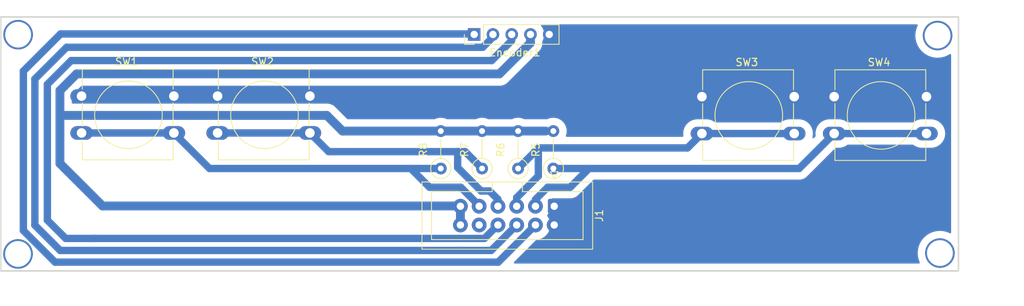
<source format=kicad_pcb>
(kicad_pcb (version 20211014) (generator pcbnew)
  (layers (0 "F.Cu" signal) (31 "B.Cu" signal) (34 "B.Paste" user) (35 "F.Paste" user) (36 "B.SilkS" user "B.Silkscreen") (37 "F.SilkS" user "F.Silkscreen") (38 "B.Mask" user) (39 "F.Mask" user) (44 "Edge.Cuts" user))
  (net 0 "")
  (net 1 "GND")
  (net 2 "+5V")
  (net 3 "Net-(Encoder1-Pad1)")
  (net 4 "Net-(Encoder1-Pad2)")
  (net 5 "Net-(Encoder1-Pad3)")
  (net 6 "Net-(J1-Pad3)")
  (net 7 "Net-(J1-Pad5)")
  (net 8 "Net-(J1-Pad7)")
  (net 9 "Net-(J1-Pad9)")
  (footprint "Connector_PinHeader_2.54mm:PinHeader_1x05_P2.54mm_Vertical" (layer "F.Cu") (at 142.445 74.78 90)
    (fp_text reference "Encoder1" (at -2.46 5.515 180) (layer "F.SilkS"))
    (fp_text value "Conn_01x05")
    (fp_line (start -1.33 -1.33) (end 0 -1.33) (layer "F.SilkS") (width 0.12))
    (fp_line (start -1.33 11.49) (end 1.33 11.49) (layer "F.SilkS") (width 0.12))
    (fp_line (start -1.33 0) (end -1.33 -1.33) (layer "F.SilkS") (width 0.12))
    (fp_line (start 1.33 1.27) (end 1.33 11.49) (layer "F.SilkS") (width 0.12))
    (fp_line (start -1.33 1.27) (end 1.33 1.27) (layer "F.SilkS") (width 0.12))
    (fp_line (start -1.33 1.27) (end -1.33 11.49) (layer "F.SilkS") (width 0.12))
    (pad "1" thru_hole rect (at 0 0 90) (size 1.7 1.7) (drill 1) (layers *.Cu *.Mask) (net 3 "Net-(Encoder1-Pad1)"))
    (pad "2" thru_hole oval (at 0 2.54 90) (size 1.7 1.7) (drill 1) (layers *.Cu *.Mask) (net 4 "Net-(Encoder1-Pad2)"))
    (pad "3" thru_hole oval (at 0 5.08 90) (size 1.7 1.7) (drill 1) (layers *.Cu *.Mask) (net 5 "Net-(Encoder1-Pad3)"))
    (pad "4" thru_hole oval (at 0 7.62 90) (size 1.7 1.7) (drill 1) (layers *.Cu *.Mask) (net 2 "+5V"))
    (pad "5" thru_hole oval (at 0 10.16 90) (size 1.7 1.7) (drill 1) (layers *.Cu *.Mask) (net 1 "GND"))
  )
  (footprint "Button_Switch_THT:SW_PUSH-12mm" (layer "F.Cu") (at 191.19 83.22)
    (fp_text reference "SW4" (at 6.08 -4.66) (layer "F.SilkS"))
    (fp_text value "SW_Push")
    (fp_line (start 0.1 -0.93) (end 0.1 -3.65) (layer "F.SilkS") (width 0.12))
    (fp_line (start 12.4 0.93) (end 12.4 4.07) (layer "F.SilkS") (width 0.12))
    (fp_line (start 0.1 4.07) (end 0.1 0.93) (layer "F.SilkS") (width 0.12))
    (fp_line (start 0.1 -3.65) (end 12.4 -3.65) (layer "F.SilkS") (width 0.12))
    (fp_line (start 12.4 5.93) (end 12.4 8.65) (layer "F.SilkS") (width 0.12))
    (fp_line (start 12.4 -3.65) (end 12.4 -0.93) (layer "F.SilkS") (width 0.12))
    (fp_line (start 12.4 8.65) (end 0.1 8.65) (layer "F.SilkS") (width 0.12))
    (fp_line (start 0.1 8.65) (end 0.1 5.93) (layer "F.SilkS") (width 0.12))
    (fp_circle (center 6.35 2.54) (end 10.16 5.08) (layer "F.SilkS") (width 0.12) (fill none))
    (pad "1" thru_hole oval (at 12.5 0) (size 3.048 1.85) (drill 1.3) (layers *.Cu *.Mask) (net 1 "GND"))
    (pad "1" thru_hole oval (at 0 0) (size 3.048 1.85) (drill 1.3) (layers *.Cu *.Mask) (net 1 "GND"))
    (pad "2" thru_hole oval (at 12.5 5) (size 3.048 1.85) (drill 1.3) (layers *.Cu *.Mask) (net 6 "Net-(J1-Pad3)"))
    (pad "2" thru_hole oval (at 0 5) (size 3.048 1.85) (drill 1.3) (layers *.Cu *.Mask) (net 6 "Net-(J1-Pad3)"))
  )
  (footprint "Resistor_THT:R_Axial_DIN0207_L6.3mm_D2.5mm_P5.08mm_Vertical" (layer "F.Cu") (at 148.39 92.964 90)
    (fp_text reference "R6" (at 2.54 -2.37 90) (layer "F.SilkS"))
    (fp_text value "10k")
    (fp_line (start 1.37 0) (end 3.98 0) (layer "F.SilkS") (width 0.12))
    (fp_circle (center 0 0) (end 1.37 0) (layer "F.SilkS") (width 0.12) (fill none))
    (pad "1" thru_hole circle (at 0 0 90) (size 1.6 1.6) (drill 0.8) (layers *.Cu *.Mask) (net 7 "Net-(J1-Pad5)"))
    (pad "2" thru_hole oval (at 5.08 0 90) (size 1.6 1.6) (drill 0.8) (layers *.Cu *.Mask) (net 2 "+5V"))
  )
  (footprint "Connector_IDC:IDC-Header_2x06_P2.54mm_Vertical" (layer "F.Cu") (at 153.28 98.08 -90)
    (fp_text reference "J1" (at 1.27 -6.1 90) (layer "F.SilkS"))
    (fp_text value "Conn_02x06_Odd_Even")
    (fp_line (start -3.68 0) (end -4.68 -0.5) (layer "F.SilkS") (width 0.12))
    (fp_line (start 4.52 -3.91) (end 4.52 16.61) (layer "F.SilkS") (width 0.12))
    (fp_line (start -1.98 8.4) (end -3.29 8.4) (layer "F.SilkS") (width 0.12))
    (fp_line (start 4.52 16.61) (end -1.98 16.61) (layer "F.SilkS") (width 0.12))
    (fp_line (start -1.98 8.4) (end -1.98 8.4) (layer "F.SilkS") (width 0.12))
    (fp_line (start -4.68 0.5) (end -3.68 0) (layer "F.SilkS") (width 0.12))
    (fp_line (start -1.98 16.61) (end -1.98 8.4) (layer "F.SilkS") (width 0.12))
    (fp_line (start -3.29 -5.21) (end 5.83 -5.21) (layer "F.SilkS") (width 0.12))
    (fp_line (start 5.83 -5.21) (end 5.83 17.91) (layer "F.SilkS") (width 0.12))
    (fp_line (start -3.29 4.3) (end -1.98 4.3) (layer "F.SilkS") (width 0.12))
    (fp_line (start -1.98 4.3) (end -1.98 -3.91) (layer "F.SilkS") (width 0.12))
    (fp_line (start -1.98 -3.91) (end 4.52 -3.91) (layer "F.SilkS") (width 0.12))
    (fp_line (start -4.68 -0.5) (end -4.68 0.5) (layer "F.SilkS") (width 0.12))
    (fp_line (start -3.29 17.91) (end -3.29 -5.21) (layer "F.SilkS") (width 0.12))
    (fp_line (start 5.83 17.91) (end -3.29 17.91) (layer "F.SilkS") (width 0.12))
    (pad "1" thru_hole roundrect (at 0 0 270) (size 2 1.7) (drill 1) (layers *.Cu *.Mask) (roundrect_rratio 0.147059) (net 1 "GND"))
    (pad "2" thru_hole circle (at 2.54 0 270) (size 2 2) (drill 1) (layers *.Cu *.Mask) (net 1 "GND"))
    (pad "3" thru_hole circle (at 0 2.54 270) (size 2 2) (drill 1) (layers *.Cu *.Mask) (net 6 "Net-(J1-Pad3)"))
    (pad "4" thru_hole circle (at 2.54 2.54 270) (size 2 2) (drill 1) (layers *.Cu *.Mask) (net 3 "Net-(Encoder1-Pad1)"))
    (pad "5" thru_hole circle (at 0 5.08 270) (size 2 2) (drill 1) (layers *.Cu *.Mask) (net 7 "Net-(J1-Pad5)"))
    (pad "6" thru_hole circle (at 2.54 5.08 270) (size 2 2) (drill 1) (layers *.Cu *.Mask) (net 4 "Net-(Encoder1-Pad2)"))
    (pad "7" thru_hole circle (at 0 7.62 270) (size 2 2) (drill 1) (layers *.Cu *.Mask) (net 8 "Net-(J1-Pad7)"))
    (pad "8" thru_hole circle (at 2.54 7.62 270) (size 2 2) (drill 1) (layers *.Cu *.Mask) (net 5 "Net-(Encoder1-Pad3)"))
    (pad "9" thru_hole circle (at 0 10.16 270) (size 2 2) (drill 1) (layers *.Cu *.Mask) (net 9 "Net-(J1-Pad9)"))
    (pad "10" thru_hole circle (at 2.54 10.16 270) (size 2 2) (drill 1) (layers *.Cu *.Mask))
    (pad "11" thru_hole circle (at 0 12.7 270) (size 2 2) (drill 1) (layers *.Cu *.Mask) (net 2 "+5V"))
    (pad "12" thru_hole circle (at 2.54 12.7 270) (size 2 2) (drill 1) (layers *.Cu *.Mask) (net 2 "+5V"))
  )
  (footprint "Resistor_THT:R_Axial_DIN0207_L6.3mm_D2.5mm_P5.08mm_Vertical" (layer "F.Cu") (at 143.51 92.964 90)
    (fp_text reference "R7" (at 2.54 -2.37 90) (layer "F.SilkS"))
    (fp_text value "10k")
    (fp_line (start 1.37 0) (end 3.98 0) (layer "F.SilkS") (width 0.12))
    (fp_circle (center 0 0) (end 1.37 0) (layer "F.SilkS") (width 0.12) (fill none))
    (pad "1" thru_hole circle (at 0 0 90) (size 1.6 1.6) (drill 0.8) (layers *.Cu *.Mask) (net 8 "Net-(J1-Pad7)"))
    (pad "2" thru_hole oval (at 5.08 0 90) (size 1.6 1.6) (drill 0.8) (layers *.Cu *.Mask) (net 2 "+5V"))
  )
  (footprint "Button_Switch_THT:SW_PUSH-12mm" (layer "F.Cu") (at 89.28 83.14)
    (fp_text reference "SW1" (at 6.08 -4.66) (layer "F.SilkS"))
    (fp_text value "SW_Push")
    (fp_line (start 12.4 -3.65) (end 12.4 -0.93) (layer "F.SilkS") (width 0.12))
    (fp_line (start 0.1 -0.93) (end 0.1 -3.65) (layer "F.SilkS") (width 0.12))
    (fp_line (start 0.1 -3.65) (end 12.4 -3.65) (layer "F.SilkS") (width 0.12))
    (fp_line (start 12.4 5.93) (end 12.4 8.65) (layer "F.SilkS") (width 0.12))
    (fp_line (start 12.4 0.93) (end 12.4 4.07) (layer "F.SilkS") (width 0.12))
    (fp_line (start 12.4 8.65) (end 0.1 8.65) (layer "F.SilkS") (width 0.12))
    (fp_line (start 0.1 8.65) (end 0.1 5.93) (layer "F.SilkS") (width 0.12))
    (fp_line (start 0.1 4.07) (end 0.1 0.93) (layer "F.SilkS") (width 0.12))
    (fp_circle (center 6.35 2.54) (end 10.16 5.08) (layer "F.SilkS") (width 0.12) (fill none))
    (pad "1" thru_hole oval (at 0 0) (size 3.048 1.85) (drill 1.3) (layers *.Cu *.Mask) (net 1 "GND"))
    (pad "1" thru_hole oval (at 12.5 0) (size 3.048 1.85) (drill 1.3) (layers *.Cu *.Mask) (net 1 "GND"))
    (pad "2" thru_hole oval (at 12.5 5) (size 3.048 1.85) (drill 1.3) (layers *.Cu *.Mask) (net 9 "Net-(J1-Pad9)"))
    (pad "2" thru_hole oval (at 0 5) (size 3.048 1.85) (drill 1.3) (layers *.Cu *.Mask) (net 9 "Net-(J1-Pad9)"))
  )
  (footprint "Resistor_THT:R_Axial_DIN0207_L6.3mm_D2.5mm_P5.08mm_Vertical" (layer "F.Cu") (at 137.922 92.964 90)
    (fp_text reference "R8" (at 2.54 -2.37 90) (layer "F.SilkS"))
    (fp_text value "10k")
    (fp_line (start 1.37 0) (end 3.98 0) (layer "F.SilkS") (width 0.12))
    (fp_circle (center 0 0) (end 1.37 0) (layer "F.SilkS") (width 0.12) (fill none))
    (pad "1" thru_hole circle (at 0 0 90) (size 1.6 1.6) (drill 0.8) (layers *.Cu *.Mask) (net 9 "Net-(J1-Pad9)"))
    (pad "2" thru_hole oval (at 5.08 0 90) (size 1.6 1.6) (drill 0.8) (layers *.Cu *.Mask) (net 2 "+5V"))
  )
  (footprint "Button_Switch_THT:SW_PUSH-12mm" (layer "F.Cu") (at 107.7 83.14)
    (fp_text reference "SW2" (at 6.08 -4.66) (layer "F.SilkS"))
    (fp_text value "SW_Push")
    (fp_line (start 12.4 5.93) (end 12.4 8.65) (layer "F.SilkS") (width 0.12))
    (fp_line (start 0.1 -0.93) (end 0.1 -3.65) (layer "F.SilkS") (width 0.12))
    (fp_line (start 0.1 4.07) (end 0.1 0.93) (layer "F.SilkS") (width 0.12))
    (fp_line (start 12.4 -3.65) (end 12.4 -0.93) (layer "F.SilkS") (width 0.12))
    (fp_line (start 0.1 8.65) (end 0.1 5.93) (layer "F.SilkS") (width 0.12))
    (fp_line (start 0.1 -3.65) (end 12.4 -3.65) (layer "F.SilkS") (width 0.12))
    (fp_line (start 12.4 0.93) (end 12.4 4.07) (layer "F.SilkS") (width 0.12))
    (fp_line (start 12.4 8.65) (end 0.1 8.65) (layer "F.SilkS") (width 0.12))
    (fp_circle (center 6.35 2.54) (end 10.16 5.08) (layer "F.SilkS") (width 0.12) (fill none))
    (pad "1" thru_hole oval (at 0 0) (size 3.048 1.85) (drill 1.3) (layers *.Cu *.Mask) (net 1 "GND"))
    (pad "1" thru_hole oval (at 12.5 0) (size 3.048 1.85) (drill 1.3) (layers *.Cu *.Mask) (net 1 "GND"))
    (pad "2" thru_hole oval (at 0 5) (size 3.048 1.85) (drill 1.3) (layers *.Cu *.Mask) (net 8 "Net-(J1-Pad7)"))
    (pad "2" thru_hole oval (at 12.5 5) (size 3.048 1.85) (drill 1.3) (layers *.Cu *.Mask) (net 8 "Net-(J1-Pad7)"))
  )
  (footprint "Button_Switch_THT:SW_PUSH-12mm" (layer "F.Cu") (at 173.28 83.22)
    (fp_text reference "SW3" (at 6.08 -4.66) (layer "F.SilkS"))
    (fp_text value "SW_Push")
    (fp_line (start 0.1 -3.65) (end 12.4 -3.65) (layer "F.SilkS") (width 0.12))
    (fp_line (start 12.4 5.93) (end 12.4 8.65) (layer "F.SilkS") (width 0.12))
    (fp_line (start 0.1 8.65) (end 0.1 5.93) (layer "F.SilkS") (width 0.12))
    (fp_line (start 12.4 -3.65) (end 12.4 -0.93) (layer "F.SilkS") (width 0.12))
    (fp_line (start 0.1 -0.93) (end 0.1 -3.65) (layer "F.SilkS") (width 0.12))
    (fp_line (start 0.1 4.07) (end 0.1 0.93) (layer "F.SilkS") (width 0.12))
    (fp_line (start 12.4 0.93) (end 12.4 4.07) (layer "F.SilkS") (width 0.12))
    (fp_line (start 12.4 8.65) (end 0.1 8.65) (layer "F.SilkS") (width 0.12))
    (fp_circle (center 6.35 2.54) (end 10.16 5.08) (layer "F.SilkS") (width 0.12) (fill none))
    (pad "1" thru_hole oval (at 12.5 0) (size 3.048 1.85) (drill 1.3) (layers *.Cu *.Mask) (net 1 "GND"))
    (pad "1" thru_hole oval (at 0 0) (size 3.048 1.85) (drill 1.3) (layers *.Cu *.Mask) (net 1 "GND"))
    (pad "2" thru_hole oval (at 0 5) (size 3.048 1.85) (drill 1.3) (layers *.Cu *.Mask) (net 7 "Net-(J1-Pad5)"))
    (pad "2" thru_hole oval (at 12.5 5) (size 3.048 1.85) (drill 1.3) (layers *.Cu *.Mask) (net 7 "Net-(J1-Pad5)"))
  )
  (footprint "Resistor_THT:R_Axial_DIN0207_L6.3mm_D2.5mm_P5.08mm_Vertical" (layer "F.Cu") (at 153.162 92.964 90)
    (fp_text reference "R5" (at 2.54 -2.37 90) (layer "F.SilkS"))
    (fp_text value "10k")
    (fp_line (start 1.37 0) (end 3.98 0) (layer "F.SilkS") (width 0.12))
    (fp_circle (center 0 0) (end 1.37 0) (layer "F.SilkS") (width 0.12) (fill none))
    (pad "1" thru_hole circle (at 0 0 90) (size 1.6 1.6) (drill 0.8) (layers *.Cu *.Mask) (net 6 "Net-(J1-Pad3)"))
    (pad "2" thru_hole oval (at 5.08 0 90) (size 1.6 1.6) (drill 0.8) (layers *.Cu *.Mask) (net 2 "+5V"))
  )
  (gr_rect (start 78.33576 72.408581) (end 208.024239 106.85) (layer "Edge.Cuts") (width 0.2) (fill none))
  (via (at 80.69 74.810005) (size 4) (drill 3.5) (layers "F.Cu" "B.Cu") (net 0))
  (via (at 80.676875 104.55) (size 4) (drill 3.5) (layers "F.Cu" "B.Cu") (net 0))
  (via (at 205.19 74.93) (size 4) (drill 3.5) (layers "F.Cu" "B.Cu") (net 0))
  (via (at 205.51 104.43) (size 4) (drill 3.5) (layers "F.Cu" "B.Cu") (net 0))
  (segment (start 92.114 98.044) (end 86.35 92.28) (width 1.2) (layer "B.Cu") (net 2))
  (segment (start 140.544 98.044) (end 92.114 98.044) (width 1.2) (layer "B.Cu") (net 2))
  (segment (start 86.42 85.76) (end 122.49 85.76) (width 1.2) (layer "B.Cu") (net 2))
  (segment (start 86.35 82.39) (end 88.61 80.13) (width 1.2) (layer "B.Cu") (net 2))
  (segment (start 140.58 98.08) (end 140.544 98.044) (width 1.2) (layer "B.Cu") (net 2))
  (segment (start 88.61 80.13) (end 145.86 80.13) (width 1.2) (layer "B.Cu") (net 2))
  (segment (start 86.35 92.28) (end 86.35 82.39) (width 1.2) (layer "B.Cu") (net 2))
  (segment (start 140.58 98.08) (end 140.58 100.62) (width 1.2) (layer "B.Cu") (net 2))
  (segment (start 150.065 75.925) (end 150.065 74.78) (width 1.2) (layer "B.Cu") (net 2))
  (segment (start 124.614 87.884) (end 152.146 87.884) (width 1.2) (layer "B.Cu") (net 2))
  (segment (start 145.86 80.13) (end 150.065 75.925) (width 1.2) (layer "B.Cu") (net 2))
  (segment (start 122.49 85.76) (end 124.614 87.884) (width 1.2) (layer "B.Cu") (net 2))
  (segment (start 145.7 105.66) (end 150.74 100.62) (width 1) (layer "B.Cu") (net 3))
  (segment (start 81.4 101.37) (end 85.69 105.66) (width 1) (layer "B.Cu") (net 3))
  (segment (start 85.69 105.66) (end 145.7 105.66) (width 1) (layer "B.Cu") (net 3))
  (segment (start 86.44 74.71) (end 81.4 79.75) (width 1) (layer "B.Cu") (net 3))
  (segment (start 142.445 74.78) (end 142.375 74.71) (width 0.8) (layer "B.Cu") (net 3))
  (segment (start 81.4 79.75) (end 81.4 101.37) (width 1) (layer "B.Cu") (net 3))
  (segment (start 142.375 74.71) (end 86.44 74.71) (width 1) (layer "B.Cu") (net 3))
  (segment (start 82.96 100.65) (end 82.96 80.82) (width 1) (layer "B.Cu") (net 4))
  (segment (start 148.2 100.62) (end 144.74 104.08) (width 1) (layer "B.Cu") (net 4))
  (segment (start 82.96 80.82) (end 87.26 76.52) (width 1) (layer "B.Cu") (net 4))
  (segment (start 144.74 104.08) (end 140.64 104.08) (width 1) (layer "B.Cu") (net 4))
  (segment (start 144.985 75.139022) (end 144.985 74.78) (width 0.8) (layer "B.Cu") (net 4))
  (segment (start 143.604022 76.52) (end 144.985 75.139022) (width 1) (layer "B.Cu") (net 4))
  (segment (start 86.39 104.08) (end 82.96 100.65) (width 1) (layer "B.Cu") (net 4))
  (segment (start 87.26 76.52) (end 143.604022 76.52) (width 1) (layer "B.Cu") (net 4))
  (segment (start 140.765 104.08) (end 86.39 104.08) (width 1) (layer "B.Cu") (net 4))
  (segment (start 144.82 78.32) (end 147.525 75.615) (width 1) (layer "B.Cu") (net 5))
  (segment (start 87.88 78.32) (end 144.82 78.32) (width 1) (layer "B.Cu") (net 5))
  (segment (start 145.66 100.62) (end 143.83 102.45) (width 1) (layer "B.Cu") (net 5))
  (segment (start 143.83 102.45) (end 90.68 102.45) (width 1) (layer "B.Cu") (net 5))
  (segment (start 84.65 81.55) (end 87.88 78.32) (width 1) (layer "B.Cu") (net 5))
  (segment (start 91.29 102.45) (end 87.13 102.45) (width 1) (layer "B.Cu") (net 5))
  (segment (start 147.525 75.615) (end 147.525 74.78) (width 0.8) (layer "B.Cu") (net 5))
  (segment (start 84.65 99.97) (end 84.65 81.55) (width 1) (layer "B.Cu") (net 5))
  (segment (start 87.13 102.45) (end 84.65 99.97) (width 1) (layer "B.Cu") (net 5))
  (segment (start 155.448 95.504) (end 157.988 92.964) (width 1) (layer "B.Cu") (net 6))
  (segment (start 152.4 95.504) (end 155.448 95.504) (width 1) (layer "B.Cu") (net 6))
  (segment (start 150.74 97.164) (end 152.4 95.504) (width 1) (layer "B.Cu") (net 6))
  (segment (start 186.446 92.964) (end 191.19 88.22) (width 1) (layer "B.Cu") (net 6))
  (segment (start 157.988 92.964) (end 186.446 92.964) (width 1) (layer "B.Cu") (net 6))
  (segment (start 153.162 92.964) (end 157.988 92.964) (width 1) (layer "B.Cu") (net 6))
  (segment (start 203.69 88.22) (end 191.19 88.22) (width 1) (layer "B.Cu") (net 6))
  (segment (start 150.74 97.164) (end 150.74 98.08) (width 0.8) (layer "B.Cu") (net 6))
  (segment (start 151.13 90.678) (end 150.622 90.678) (width 1) (layer "B.Cu") (net 7))
  (segment (start 151.13 93.98) (end 151.13 90.678) (width 1) (layer "B.Cu") (net 7))
  (segment (start 151.184 90.17) (end 150.014 91.34) (width 1) (layer "B.Cu") (net 7))
  (segment (start 148.2 96.91) (end 151.13 93.98) (width 1) (layer "B.Cu") (net 7))
  (segment (start 150.014 91.34) (end 148.39 92.964) (width 1) (layer "B.Cu") (net 7))
  (segment (start 148.2 98.08) (end 148.2 96.91) (width 1) (layer "B.Cu") (net 7))
  (segment (start 185.78 88.22) (end 173.28 88.22) (width 1) (layer "B.Cu") (net 7))
  (segment (start 171.33 90.17) (end 151.184 90.17) (width 1) (layer "B.Cu") (net 7))
  (segment (start 173.28 88.22) (end 171.33 90.17) (width 1) (layer "B.Cu") (net 7))
  (segment (start 145.66 98.08) (end 145.66 97.146) (width 1) (layer "B.Cu") (net 8))
  (segment (start 145.66 97.146) (end 144.526 96.012) (width 1) (layer "B.Cu") (net 8))
  (segment (start 140.208 90.678) (end 141.224 90.678) (width 1) (layer "B.Cu") (net 8))
  (segment (start 141.224 90.678) (end 143.51 92.964) (width 1) (layer "B.Cu") (net 8))
  (segment (start 122.738 90.678) (end 140.208 90.678) (width 1) (layer "B.Cu") (net 8))
  (segment (start 120.2 88.14) (end 122.738 90.678) (width 1) (layer "B.Cu") (net 8))
  (segment (start 143.383 96.012) (end 140.208 92.837) (width 1) (layer "B.Cu") (net 8))
  (segment (start 107.7 88.14) (end 120.2 88.14) (width 1) (layer "B.Cu") (net 8))
  (segment (start 144.526 96.012) (end 143.383 96.012) (width 1) (layer "B.Cu") (net 8))
  (segment (start 140.208 92.837) (end 140.208 90.678) (width 1) (layer "B.Cu") (net 8))
  (segment (start 106.604 92.964) (end 101.78 88.14) (width 1) (layer "B.Cu") (net 9))
  (segment (start 136.398 95.504) (end 134.112 93.218) (width 1) (layer "B.Cu") (net 9))
  (segment (start 134.112 92.964) (end 106.604 92.964) (width 1) (layer "B.Cu") (net 9))
  (segment (start 143.1 97.98) (end 140.624 95.504) (width 1) (layer "B.Cu") (net 9))
  (segment (start 137.922 92.964) (end 134.112 92.964) (width 1) (layer "B.Cu") (net 9))
  (segment (start 89.28 88.14) (end 101.78 88.14) (width 1) (layer "B.Cu") (net 9))
  (segment (start 134.112 93.218) (end 134.112 92.964) (width 1) (layer "B.Cu") (net 9))
  (segment (start 140.624 95.504) (end 136.398 95.504) (width 1) (layer "B.Cu") (net 9))
  (zone (net 1) (net_name "GND") (layer "B.Cu") (connect_pads yes (clearance 1)) (min_thickness 0.254) (fill yes (thermal_gap 0.508) (thermal_bridge_width 0.508))
    (polygon (pts (xy 207.84 106.72) (xy 78.55 106.72) (xy 78.55 72.64) (xy 207.84 72.64)))
  )
)
</source>
